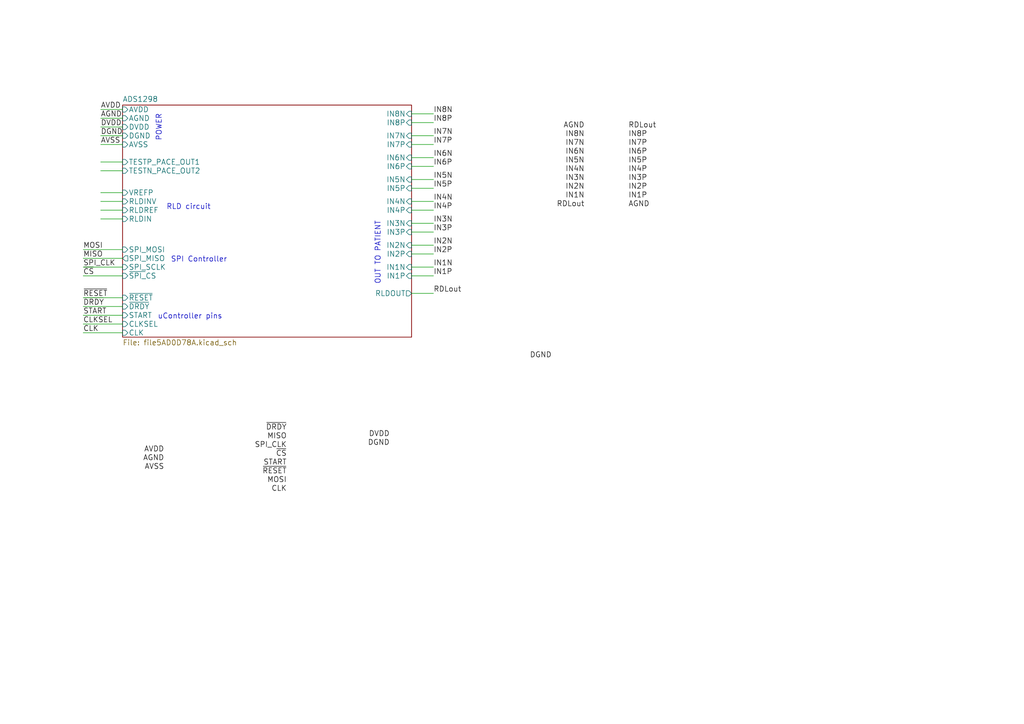
<source format=kicad_sch>
(kicad_sch
	(version 20231120)
	(generator "eeschema")
	(generator_version "8.0")
	(uuid "a52588b5-602e-49ea-90e5-68f5a76af177")
	(paper "A4")
	(title_block
		(title "EEG wifi system")
		(date "18 jan 2017")
		(company "NNC")
		(comment 1 "Marcio Moraes")
	)
	(lib_symbols)
	(wire
		(pts
			(xy 24.13 91.44) (xy 35.56 91.44)
		)
		(stroke
			(width 0)
			(type default)
		)
		(uuid "003ee7d0-329f-4b55-9721-0d4dde8edd49")
	)
	(wire
		(pts
			(xy 24.13 86.36) (xy 35.56 86.36)
		)
		(stroke
			(width 0)
			(type default)
		)
		(uuid "0d3a274b-20cf-485f-81fe-80b9f725574b")
	)
	(wire
		(pts
			(xy 24.13 88.9) (xy 35.56 88.9)
		)
		(stroke
			(width 0)
			(type default)
		)
		(uuid "0fbd8dd1-32f0-4697-b363-6be9a224c56f")
	)
	(wire
		(pts
			(xy 29.21 58.42) (xy 35.56 58.42)
		)
		(stroke
			(width 0)
			(type default)
		)
		(uuid "107f9460-baa9-49db-9a8a-0aae4222ca65")
	)
	(wire
		(pts
			(xy 29.21 41.91) (xy 35.56 41.91)
		)
		(stroke
			(width 0)
			(type default)
		)
		(uuid "127f02e6-bb83-4329-9349-f64c17466a25")
	)
	(wire
		(pts
			(xy 29.21 55.88) (xy 35.56 55.88)
		)
		(stroke
			(width 0)
			(type default)
		)
		(uuid "265f092e-b507-43bd-b973-87bb1a1805bc")
	)
	(wire
		(pts
			(xy 119.38 33.02) (xy 125.73 33.02)
		)
		(stroke
			(width 0)
			(type default)
		)
		(uuid "2abce58d-a5a6-4bef-81cf-2943762c9df3")
	)
	(wire
		(pts
			(xy 119.38 35.56) (xy 125.73 35.56)
		)
		(stroke
			(width 0)
			(type default)
		)
		(uuid "2d7eea82-66b0-4689-815d-411be15fb4c3")
	)
	(wire
		(pts
			(xy 119.38 60.96) (xy 125.73 60.96)
		)
		(stroke
			(width 0)
			(type default)
		)
		(uuid "2ef96343-e6c3-4f81-9a93-50231dc36c47")
	)
	(wire
		(pts
			(xy 35.56 74.93) (xy 24.13 74.93)
		)
		(stroke
			(width 0)
			(type default)
		)
		(uuid "3ed90302-36a8-47e1-bd5a-c3bdf8a350d0")
	)
	(wire
		(pts
			(xy 119.38 41.91) (xy 125.73 41.91)
		)
		(stroke
			(width 0)
			(type default)
		)
		(uuid "40af74e8-1d59-47f4-9025-a8a83bf40db3")
	)
	(wire
		(pts
			(xy 119.38 45.72) (xy 125.73 45.72)
		)
		(stroke
			(width 0)
			(type default)
		)
		(uuid "5065cb21-ef33-487a-8151-2f0fd0ca16b8")
	)
	(wire
		(pts
			(xy 119.38 73.66) (xy 125.73 73.66)
		)
		(stroke
			(width 0)
			(type default)
		)
		(uuid "6044d5eb-87c8-4688-995c-d6b759a57111")
	)
	(wire
		(pts
			(xy 119.38 39.37) (xy 125.73 39.37)
		)
		(stroke
			(width 0)
			(type default)
		)
		(uuid "667b2bb7-7120-4fdb-9db0-32e8d058b703")
	)
	(wire
		(pts
			(xy 119.38 80.01) (xy 125.73 80.01)
		)
		(stroke
			(width 0)
			(type default)
		)
		(uuid "671ac5a2-54fe-463f-93b7-0005ed095c44")
	)
	(wire
		(pts
			(xy 29.21 60.96) (xy 35.56 60.96)
		)
		(stroke
			(width 0)
			(type default)
		)
		(uuid "71d25e9d-06af-4d3c-9665-5b96740dafac")
	)
	(wire
		(pts
			(xy 119.38 64.77) (xy 125.73 64.77)
		)
		(stroke
			(width 0)
			(type default)
		)
		(uuid "72a062b3-9046-454d-9bee-45a7a773e88f")
	)
	(wire
		(pts
			(xy 29.21 63.5) (xy 35.56 63.5)
		)
		(stroke
			(width 0)
			(type default)
		)
		(uuid "75d0f58a-7995-4671-9854-8c44f67146eb")
	)
	(wire
		(pts
			(xy 119.38 85.09) (xy 125.73 85.09)
		)
		(stroke
			(width 0)
			(type default)
		)
		(uuid "7788510f-b683-4d53-9b1d-937e8897f0b5")
	)
	(wire
		(pts
			(xy 119.38 58.42) (xy 125.73 58.42)
		)
		(stroke
			(width 0)
			(type default)
		)
		(uuid "8c0b5893-0edc-4f9a-9a40-545653556cef")
	)
	(wire
		(pts
			(xy 35.56 72.39) (xy 24.13 72.39)
		)
		(stroke
			(width 0)
			(type default)
		)
		(uuid "8ec44f04-ea65-459c-938e-198e890f50d9")
	)
	(wire
		(pts
			(xy 24.13 96.52) (xy 35.56 96.52)
		)
		(stroke
			(width 0)
			(type default)
		)
		(uuid "9b80181c-657c-46d3-9dd8-68415d09c256")
	)
	(wire
		(pts
			(xy 35.56 77.47) (xy 24.13 77.47)
		)
		(stroke
			(width 0)
			(type default)
		)
		(uuid "a88ec46b-d916-41c2-8f46-a073ca12a9ca")
	)
	(wire
		(pts
			(xy 119.38 77.47) (xy 125.73 77.47)
		)
		(stroke
			(width 0)
			(type default)
		)
		(uuid "ac334829-e7d8-4be9-92b2-fcb5d5359cfc")
	)
	(wire
		(pts
			(xy 29.21 31.75) (xy 35.56 31.75)
		)
		(stroke
			(width 0)
			(type default)
		)
		(uuid "aedcd900-695f-40cb-a21a-2417d1495dd5")
	)
	(wire
		(pts
			(xy 119.38 54.61) (xy 125.73 54.61)
		)
		(stroke
			(width 0)
			(type default)
		)
		(uuid "c12a3c5f-5e42-415f-981f-fb287507fe22")
	)
	(wire
		(pts
			(xy 119.38 67.31) (xy 125.73 67.31)
		)
		(stroke
			(width 0)
			(type default)
		)
		(uuid "c21f19e1-d52d-41f1-8c6d-15f01459d627")
	)
	(wire
		(pts
			(xy 119.38 52.07) (xy 125.73 52.07)
		)
		(stroke
			(width 0)
			(type default)
		)
		(uuid "c8ba8016-dd9d-419f-b260-7d10e70ede6a")
	)
	(wire
		(pts
			(xy 119.38 71.12) (xy 125.73 71.12)
		)
		(stroke
			(width 0)
			(type default)
		)
		(uuid "c8de87ba-82fc-4b47-9210-d32ca91cf940")
	)
	(wire
		(pts
			(xy 29.21 36.83) (xy 35.56 36.83)
		)
		(stroke
			(width 0)
			(type default)
		)
		(uuid "c9c2e630-70c8-438f-afa1-e43d3784598d")
	)
	(wire
		(pts
			(xy 29.21 34.29) (xy 35.56 34.29)
		)
		(stroke
			(width 0)
			(type default)
		)
		(uuid "ce964096-cd15-4db2-b345-16f77c119795")
	)
	(wire
		(pts
			(xy 29.21 49.53) (xy 35.56 49.53)
		)
		(stroke
			(width 0)
			(type default)
		)
		(uuid "d5ca5d9e-f27d-44fb-99ba-130acc6412cf")
	)
	(wire
		(pts
			(xy 35.56 80.01) (xy 24.13 80.01)
		)
		(stroke
			(width 0)
			(type default)
		)
		(uuid "de02023d-11bb-40e1-87c8-425fa18eff08")
	)
	(wire
		(pts
			(xy 29.21 39.37) (xy 35.56 39.37)
		)
		(stroke
			(width 0)
			(type default)
		)
		(uuid "e0cc367f-ab27-491e-a78c-35be0d045d96")
	)
	(wire
		(pts
			(xy 119.38 48.26) (xy 125.73 48.26)
		)
		(stroke
			(width 0)
			(type default)
		)
		(uuid "e2c5859b-f1c5-4dee-8017-b1c81b760d09")
	)
	(wire
		(pts
			(xy 24.13 93.98) (xy 35.56 93.98)
		)
		(stroke
			(width 0)
			(type default)
		)
		(uuid "fb18f4a1-c21e-4bc2-8207-7d3ef618f763")
	)
	(wire
		(pts
			(xy 29.21 46.99) (xy 35.56 46.99)
		)
		(stroke
			(width 0)
			(type default)
		)
		(uuid "fb88f2a3-4dfe-4724-98c6-02cd09e008c0")
	)
	(text "uController pins"
		(exclude_from_sim no)
		(at 45.72 92.71 0)
		(effects
			(font
				(size 1.524 1.524)
			)
			(justify left bottom)
		)
		(uuid "0b4c2c0e-e2a6-4435-91c9-1e609d7b9b93")
	)
	(text "SPI Controller"
		(exclude_from_sim no)
		(at 49.53 76.2 0)
		(effects
			(font
				(size 1.524 1.524)
			)
			(justify left bottom)
		)
		(uuid "3843e07b-3139-4576-8133-8fb687c10aac")
	)
	(text "OUT TO PATIENT"
		(exclude_from_sim no)
		(at 110.49 82.55 90)
		(effects
			(font
				(size 1.524 1.524)
			)
			(justify left bottom)
		)
		(uuid "a2df4b41-32f8-4011-937f-ce2f280c2c36")
	)
	(text "RLD circuit"
		(exclude_from_sim no)
		(at 48.26 60.96 0)
		(effects
			(font
				(size 1.524 1.524)
			)
			(justify left bottom)
		)
		(uuid "eff5b323-9690-4773-9b6c-0fbfc9b87ab3")
	)
	(text "POWER"
		(exclude_from_sim no)
		(at 46.99 33.02 90)
		(effects
			(font
				(size 1.524 1.524)
			)
			(justify right bottom)
		)
		(uuid "f281c054-862e-44f1-bf15-2ca12caa3517")
	)
	(label "IN4N"
		(at 169.545 50.165 180)
		(effects
			(font
				(size 1.524 1.524)
			)
			(justify right bottom)
		)
		(uuid "005b58f0-f29e-490c-867f-70b352eb548e")
	)
	(label "START"
		(at 83.185 135.255 180)
		(effects
			(font
				(size 1.524 1.524)
			)
			(justify right bottom)
		)
		(uuid "1160dfd3-d683-4932-8382-5911f7d57cfc")
	)
	(label "IN4P"
		(at 125.73 60.96 0)
		(effects
			(font
				(size 1.524 1.524)
			)
			(justify left bottom)
		)
		(uuid "14561dc8-be5c-4ca1-9676-c8c7a0f240b4")
	)
	(label "IN7P"
		(at 125.73 41.91 0)
		(effects
			(font
				(size 1.524 1.524)
			)
			(justify left bottom)
		)
		(uuid "1a1cde3f-51d4-4b2e-8460-e55eafbb9fe4")
	)
	(label "MOSI"
		(at 83.185 140.335 180)
		(effects
			(font
				(size 1.524 1.524)
			)
			(justify right bottom)
		)
		(uuid "237d5c93-9888-46f5-90a1-356ee3366e31")
	)
	(label "IN2N"
		(at 125.73 71.12 0)
		(effects
			(font
				(size 1.524 1.524)
			)
			(justify left bottom)
		)
		(uuid "2440fe46-4290-4c13-9380-0ee0d88fba4f")
	)
	(label "AGND"
		(at 169.545 37.465 180)
		(effects
			(font
				(size 1.524 1.524)
			)
			(justify right bottom)
		)
		(uuid "2957e8c9-648a-4574-9722-f1a13235290b")
	)
	(label "MISO"
		(at 24.13 74.93 0)
		(effects
			(font
				(size 1.524 1.524)
			)
			(justify left bottom)
		)
		(uuid "2a40b74f-7dca-4eb3-ad61-1dafc982a977")
	)
	(label "START"
		(at 24.13 91.44 0)
		(effects
			(font
				(size 1.524 1.524)
			)
			(justify left bottom)
		)
		(uuid "2cc569c7-44e8-4fe5-8fa5-36a762b5ab6c")
	)
	(label "DGND"
		(at 29.21 39.37 0)
		(effects
			(font
				(size 1.524 1.524)
			)
			(justify left bottom)
		)
		(uuid "30073484-4cab-41c1-b885-a9a1b6846f52")
	)
	(label "IN6N"
		(at 125.73 45.72 0)
		(effects
			(font
				(size 1.524 1.524)
			)
			(justify left bottom)
		)
		(uuid "33595191-b7b3-4107-8631-99877b847424")
	)
	(label "IN4N"
		(at 125.73 58.42 0)
		(effects
			(font
				(size 1.524 1.524)
			)
			(justify left bottom)
		)
		(uuid "34d13d16-e212-4cf7-a9af-4c60d6c75bc7")
	)
	(label "MOSI"
		(at 24.13 72.39 0)
		(effects
			(font
				(size 1.524 1.524)
			)
			(justify left bottom)
		)
		(uuid "35660e52-dfad-42bb-b567-559c3a03ecd1")
	)
	(label "AVSS"
		(at 47.625 136.525 180)
		(effects
			(font
				(size 1.524 1.524)
			)
			(justify right bottom)
		)
		(uuid "38a4e405-a332-450e-8860-53e305618409")
	)
	(label "IN1P"
		(at 182.245 57.785 0)
		(effects
			(font
				(size 1.524 1.524)
			)
			(justify left bottom)
		)
		(uuid "39ef3c22-eefb-45dc-b4a9-fab5ce29b35a")
	)
	(label "IN3P"
		(at 182.245 52.705 0)
		(effects
			(font
				(size 1.524 1.524)
			)
			(justify left bottom)
		)
		(uuid "3e5879d1-e0ac-4e0a-8cef-7b424f6637e8")
	)
	(label "IN2N"
		(at 169.545 55.245 180)
		(effects
			(font
				(size 1.524 1.524)
			)
			(justify right bottom)
		)
		(uuid "41bb32b5-1e32-41ce-bad2-df17463b579c")
	)
	(label "IN6N"
		(at 169.545 45.085 180)
		(effects
			(font
				(size 1.524 1.524)
			)
			(justify right bottom)
		)
		(uuid "4302d7e0-20c7-4b38-8dd5-c9407af4126b")
	)
	(label "IN5P"
		(at 125.73 54.61 0)
		(effects
			(font
				(size 1.524 1.524)
			)
			(justify left bottom)
		)
		(uuid "45030c44-3d7c-46b7-8193-b3ee03e90576")
	)
	(label "IN4P"
		(at 182.245 50.165 0)
		(effects
			(font
				(size 1.524 1.524)
			)
			(justify left bottom)
		)
		(uuid "4f358564-83b6-41ee-8d16-aa947de812f0")
	)
	(label "IN8N"
		(at 169.545 40.005 180)
		(effects
			(font
				(size 1.524 1.524)
			)
			(justify right bottom)
		)
		(uuid "5150b23f-7f1a-4fa5-958e-20030ac6dacf")
	)
	(label "CLK"
		(at 83.185 142.875 180)
		(effects
			(font
				(size 1.524 1.524)
			)
			(justify right bottom)
		)
		(uuid "542ff275-da5b-49bc-8769-a09b3d2107d0")
	)
	(label "IN8P"
		(at 125.73 35.56 0)
		(effects
			(font
				(size 1.524 1.524)
			)
			(justify left bottom)
		)
		(uuid "5ac95150-7595-4d06-9b90-ed9d424041f9")
	)
	(label "MISO"
		(at 83.185 127.635 180)
		(effects
			(font
				(size 1.524 1.524)
			)
			(justify right bottom)
		)
		(uuid "5acc8724-f33f-43d7-93d6-c8a593678118")
	)
	(label "IN5P"
		(at 182.245 47.625 0)
		(effects
			(font
				(size 1.524 1.524)
			)
			(justify left bottom)
		)
		(uuid "5f559a2c-c087-44ce-84cd-7129c0c1a175")
	)
	(label "IN1P"
		(at 125.73 80.01 0)
		(effects
			(font
				(size 1.524 1.524)
			)
			(justify left bottom)
		)
		(uuid "6091fd13-9170-400c-b8c4-45da302cf717")
	)
	(label "~{DRDY}"
		(at 83.185 125.095 180)
		(effects
			(font
				(size 1.524 1.524)
			)
			(justify right bottom)
		)
		(uuid "64a30c93-8284-469c-9e7f-8248cbe77c0b")
	)
	(label "~{RESET}"
		(at 83.185 137.795 180)
		(effects
			(font
				(size 1.524 1.524)
			)
			(justify right bottom)
		)
		(uuid "68dafa44-27ca-461f-a1b2-e67cd5acc005")
	)
	(label "SPI_CLK"
		(at 83.185 130.175 180)
		(effects
			(font
				(size 1.524 1.524)
			)
			(justify right bottom)
		)
		(uuid "69fecc15-fcf2-42d0-9e49-b6a6bff2c7cf")
	)
	(label "IN7N"
		(at 169.545 42.545 180)
		(effects
			(font
				(size 1.524 1.524)
			)
			(justify right bottom)
		)
		(uuid "6cdd9508-6200-4d85-833d-60c452da10b0")
	)
	(label "RDLout"
		(at 182.245 37.465 0)
		(effects
			(font
				(size 1.524 1.524)
			)
			(justify left bottom)
		)
		(uuid "712bb93a-2eaa-4f29-9ac8-e7dc93d18b38")
	)
	(label "AGND"
		(at 182.245 60.325 0)
		(effects
			(font
				(size 1.524 1.524)
			)
			(justify left bottom)
		)
		(uuid "76b70511-aad3-44cc-bdf6-94e1d30bd025")
	)
	(label "AVDD"
		(at 47.625 131.445 180)
		(effects
			(font
				(size 1.524 1.524)
			)
			(justify right bottom)
		)
		(uuid "779c5c8f-d3b5-4872-b343-7c77f00d58dd")
	)
	(label "IN8P"
		(at 182.245 40.005 0)
		(effects
			(font
				(size 1.524 1.524)
			)
			(justify left bottom)
		)
		(uuid "81b97ac2-90d1-442e-9150-9dde1bae4f59")
	)
	(label "AGND"
		(at 47.625 133.985 180)
		(effects
			(font
				(size 1.524 1.524)
			)
			(justify right bottom)
		)
		(uuid "827ecc74-41c0-4959-926b-4276f9ad1d46")
	)
	(label "AVSS"
		(at 29.21 41.91 0)
		(effects
			(font
				(size 1.524 1.524)
			)
			(justify left bottom)
		)
		(uuid "8ae87ec3-6776-48b4-b314-7ad75c39b753")
	)
	(label "IN6P"
		(at 125.73 48.26 0)
		(effects
			(font
				(size 1.524 1.524)
			)
			(justify left bottom)
		)
		(uuid "8f3ff326-a5b1-4cb0-b8d5-604a79db8fa6")
	)
	(label "AGND"
		(at 29.21 34.29 0)
		(effects
			(font
				(size 1.524 1.524)
			)
			(justify left bottom)
		)
		(uuid "92c81b89-c3d3-468c-8a07-7de0f08c53e5")
	)
	(label "IN3P"
		(at 125.73 67.31 0)
		(effects
			(font
				(size 1.524 1.524)
			)
			(justify left bottom)
		)
		(uuid "9541a48d-baf6-4dd5-b10f-16bc0bad9c6f")
	)
	(label "IN1N"
		(at 169.545 57.785 180)
		(effects
			(font
				(size 1.524 1.524)
			)
			(justify right bottom)
		)
		(uuid "9b862211-2fa2-40d9-a58a-5a40531fc5b5")
	)
	(label "DVDD"
		(at 29.21 36.83 0)
		(effects
			(font
				(size 1.524 1.524)
			)
			(justify left bottom)
		)
		(uuid "9d5ab086-92b9-4e00-82af-7a0a6103ed7a")
	)
	(label "DVDD"
		(at 113.03 127 180)
		(effects
			(font
				(size 1.524 1.524)
			)
			(justify right bottom)
		)
		(uuid "a658841d-a08e-4659-9fe1-4f63801b4405")
	)
	(label "IN6P"
		(at 182.245 45.085 0)
		(effects
			(font
				(size 1.524 1.524)
			)
			(justify left bottom)
		)
		(uuid "a7212444-453c-4c07-8848-8b1aed5b3998")
	)
	(label "IN1N"
		(at 125.73 77.47 0)
		(effects
			(font
				(size 1.524 1.524)
			)
			(justify left bottom)
		)
		(uuid "adf6be23-5523-4400-bc27-9d6e10166ca6")
	)
	(label "DGND"
		(at 160.02 104.14 180)
		(effects
			(font
				(size 1.524 1.524)
			)
			(justify right bottom)
		)
		(uuid "b0215010-7633-4f3d-945a-c043ce8bf5b9")
	)
	(label "~{CS}"
		(at 24.13 80.01 0)
		(effects
			(font
				(size 1.524 1.524)
			)
			(justify left bottom)
		)
		(uuid "b0ef8535-bce1-4022-9abf-dee3018233e5")
	)
	(label "IN5N"
		(at 169.545 47.625 180)
		(effects
			(font
				(size 1.524 1.524)
			)
			(justify right bottom)
		)
		(uuid "b29208e3-5277-4757-a2a0-159851c0bbe3")
	)
	(label "SPI_CLK"
		(at 24.13 77.47 0)
		(effects
			(font
				(size 1.524 1.524)
			)
			(justify left bottom)
		)
		(uuid "b77caca7-0875-47f1-aca8-fb7f7e003041")
	)
	(label "IN5N"
		(at 125.73 52.07 0)
		(effects
			(font
				(size 1.524 1.524)
			)
			(justify left bottom)
		)
		(uuid "b7feb16a-b584-45d1-bec5-1b3144d17a76")
	)
	(label "~{CS}"
		(at 83.185 132.715 180)
		(effects
			(font
				(size 1.524 1.524)
			)
			(justify right bottom)
		)
		(uuid "b81dadba-125d-4267-b2e9-968690b5cefd")
	)
	(label "AVDD"
		(at 29.21 31.75 0)
		(effects
			(font
				(size 1.524 1.524)
			)
			(justify left bottom)
		)
		(uuid "bbbcb3f1-1d44-41a8-9b82-387e691f9d41")
	)
	(label "IN2P"
		(at 125.73 73.66 0)
		(effects
			(font
				(size 1.524 1.524)
			)
			(justify left bottom)
		)
		(uuid "cc89bbfb-32b9-46c3-9d8f-0db2b0ed2de4")
	)
	(label "CLKSEL"
		(at 24.13 93.98 0)
		(effects
			(font
				(size 1.524 1.524)
			)
			(justify left bottom)
		)
		(uuid "cf7b8c7f-dbcb-4175-ad82-03b99cb8cbd1")
	)
	(label "IN7N"
		(at 125.73 39.37 0)
		(effects
			(font
				(size 1.524 1.524)
			)
			(justify left bottom)
		)
		(uuid "d13b1351-670e-4dea-b32e-a2adf34f0cc2")
	)
	(label "IN2P"
		(at 182.245 55.245 0)
		(effects
			(font
				(size 1.524 1.524)
			)
			(justify left bottom)
		)
		(uuid "d166306a-95ad-409d-9f95-ae71186e9d42")
	)
	(label "DGND"
		(at 113.03 129.54 180)
		(effects
			(font
				(size 1.524 1.524)
			)
			(justify right bottom)
		)
		(uuid "d962a008-a639-42f2-8454-81a0e2c1bb0a")
	)
	(label "IN3N"
		(at 169.545 52.705 180)
		(effects
			(font
				(size 1.524 1.524)
			)
			(justify right bottom)
		)
		(uuid "d975cc84-8306-4a5d-b36c-da054db26077")
	)
	(label "RDLout"
		(at 125.73 85.09 0)
		(effects
			(font
				(size 1.524 1.524)
			)
			(justify left bottom)
		)
		(uuid "da7aac84-1380-454d-8ccb-7544cfdbba8c")
	)
	(label "~{RESET}"
		(at 24.13 86.36 0)
		(effects
			(font
				(size 1.524 1.524)
			)
			(justify left bottom)
		)
		(uuid "dd5496fe-30b8-4ae3-8a0f-b4672a8d6391")
	)
	(label "IN7P"
		(at 182.245 42.545 0)
		(effects
			(font
				(size 1.524 1.524)
			)
			(justify left bottom)
		)
		(uuid "e2f7b572-02c1-4cf5-8b5d-0a0fb9a9e7c8")
	)
	(label "IN3N"
		(at 125.73 64.77 0)
		(effects
			(font
				(size 1.524 1.524)
			)
			(justify left bottom)
		)
		(uuid "eb10d82f-d0c5-4a94-9b59-4d46c1fa9229")
	)
	(label "CLK"
		(at 24.13 96.52 0)
		(effects
			(font
				(size 1.524 1.524)
			)
			(justify left bottom)
		)
		(uuid "f133d1cd-2027-4822-bcda-a9e0789657a2")
	)
	(label "RDLout"
		(at 169.545 60.325 180)
		(effects
			(font
				(size 1.524 1.524)
			)
			(justify right bottom)
		)
		(uuid "f5292e96-d1f6-4e59-a60a-630d3a1ecb10")
	)
	(label "~{DRDY}"
		(at 24.13 88.9 0)
		(effects
			(font
				(size 1.524 1.524)
			)
			(justify left bottom)
		)
		(uuid "f5cb3a53-14df-4396-997d-0c0df3b98bac")
	)
	(label "IN8N"
		(at 125.73 33.02 0)
		(effects
			(font
				(size 1.524 1.524)
			)
			(justify left bottom)
		)
		(uuid "fb1021c1-28bd-468d-b6bd-677949d3abe2")
	)
	(symbol
		(lib_id "FFCfemale20")
		(at 169.545 34.925 0)
		(unit 1)
		(exclude_from_sim no)
		(in_bom yes)
		(on_board yes)
		(dnp no)
		(uuid "00000000-0000-0000-0000-00005ad0f5cf")
		(property "Reference" "J1"
			(at 175.895 34.925 0)
			(effects
				(font
					(size 1.27 1.27)
				)
			)
		)
		(property "Value" "FFCfemale20"
			(at 177.165 65.405 0)
			(effects
				(font
					(size 1.27 1.27)
				)
			)
		)
		(property "Footprint" "NNClib:FFCfemale20"
			(at 174.625 50.165 0)
			(effects
				(font
					(size 1.27 1.27)
				)
				(hide yes)
			)
		)
		(property "Datasheet" ""
			(at 174.625 50.165 0)
			(effects
				(font
					(size 1.27 1.27)
				)
				(hide yes)
			)
		)
		(property "Description" ""
			(at 169.545 34.925 0)
			(effects
				(font
					(size 1.27 1.27)
				)
				(hide yes)
			)
		)
		(instances
			(project ""
				(path "/a52588b5-602e-49ea-90e5-68f5a76af177"
					(reference "J1")
					(unit 1)
				)
			)
		)
	)
	(symbol
		(lib_id "Conn_01x08")
		(at 88.265 132.715 0)
		(unit 1)
		(exclude_from_sim no)
		(in_bom yes)
		(on_board yes)
		(dnp no)
		(uuid "00000000-0000-0000-0000-00005ad13533")
		(property "Reference" "SPI1"
			(at 88.265 122.555 0)
			(effects
				(font
					(size 1.27 1.27)
				)
			)
		)
		(property "Value" "Conn_01x08"
			(at 88.265 145.415 0)
			(effects
				(font
					(size 1.27 1.27)
				)
			)
		)
		(property "Footprint" "Pin_Headers:Pin_Header_Straight_1x08_Pitch2.00mm"
			(at 88.265 132.715 0)
			(effects
				(font
					(size 1.27 1.27)
				)
				(hide yes)
			)
		)
		(property "Datasheet" ""
			(at 88.265 132.715 0)
			(effects
				(font
					(size 1.27 1.27)
				)
				(hide yes)
			)
		)
		(property "Description" ""
			(at 88.265 132.715 0)
			(effects
				(font
					(size 1.27 1.27)
				)
				(hide yes)
			)
		)
		(instances
			(project ""
				(path "/a52588b5-602e-49ea-90e5-68f5a76af177"
					(reference "SPI1")
					(unit 1)
				)
			)
		)
	)
	(symbol
		(lib_id "Conn_01x03")
		(at 52.705 133.985 0)
		(unit 1)
		(exclude_from_sim no)
		(in_bom yes)
		(on_board yes)
		(dnp no)
		(uuid "00000000-0000-0000-0000-00005ad21670")
		(property "Reference" "APwd1"
			(at 52.705 128.905 0)
			(effects
				(font
					(size 1.27 1.27)
				)
			)
		)
		(property "Value" "Conn_01x03"
			(at 52.705 139.065 0)
			(effects
				(font
					(size 1.27 1.27)
				)
			)
		)
		(property "Footprint" "Pin_Headers:Pin_Header_Straight_1x03_Pitch2.00mm"
			(at 52.705 133.985 0)
			(effects
				(font
					(size 1.27 1.27)
				)
				(hide yes)
			)
		)
		(property "Datasheet" ""
			(at 52.705 133.985 0)
			(effects
				(font
					(size 1.27 1.27)
				)
				(hide yes)
			)
		)
		(property "Description" ""
			(at 52.705 133.985 0)
			(effects
				(font
					(size 1.27 1.27)
				)
				(hide yes)
			)
		)
		(instances
			(project ""
				(path "/a52588b5-602e-49ea-90e5-68f5a76af177"
					(reference "APwd1")
					(unit 1)
				)
			)
		)
	)
	(symbol
		(lib_id "Conn_01x02")
		(at 118.11 127 0)
		(unit 1)
		(exclude_from_sim no)
		(in_bom yes)
		(on_board yes)
		(dnp no)
		(uuid "00000000-0000-0000-0000-00005ad21769")
		(property "Reference" "DPwd1"
			(at 118.11 124.46 0)
			(effects
				(font
					(size 1.27 1.27)
				)
			)
		)
		(property "Value" "Conn_01x02"
			(at 118.11 132.08 0)
			(effects
				(font
					(size 1.27 1.27)
				)
			)
		)
		(property "Footprint" "Pin_Headers:Pin_Header_Straight_1x02_Pitch2.00mm"
			(at 118.11 127 0)
			(effects
				(font
					(size 1.27 1.27)
				)
				(hide yes)
			)
		)
		(property "Datasheet" ""
			(at 118.11 127 0)
			(effects
				(font
					(size 1.27 1.27)
				)
				(hide yes)
			)
		)
		(property "Description" ""
			(at 118.11 127 0)
			(effects
				(font
					(size 1.27 1.27)
				)
				(hide yes)
			)
		)
		(instances
			(project ""
				(path "/a52588b5-602e-49ea-90e5-68f5a76af177"
					(reference "DPwd1")
					(unit 1)
				)
			)
		)
	)
	(symbol
		(lib_id "Conn_01x01")
		(at 165.1 104.14 0)
		(unit 1)
		(exclude_from_sim no)
		(in_bom yes)
		(on_board yes)
		(dnp no)
		(uuid "00000000-0000-0000-0000-00005b082391")
		(property "Reference" "jDGND1"
			(at 165.1 101.6 0)
			(effects
				(font
					(size 1.27 1.27)
				)
			)
		)
		(property "Value" "Conn_01x01"
			(at 165.1 106.68 0)
			(effects
				(font
					(size 1.27 1.27)
				)
			)
		)
		(property "Footprint" "SMD_Packages:1Pin"
			(at 165.1 104.14 0)
			(effects
				(font
					(size 1.27 1.27)
				)
				(hide yes)
			)
		)
		(property "Datasheet" ""
			(at 165.1 104.14 0)
			(effects
				(font
					(size 1.27 1.27)
				)
				(hide yes)
			)
		)
		(property "Description" ""
			(at 165.1 104.14 0)
			(effects
				(font
					(size 1.27 1.27)
				)
				(hide yes)
			)
		)
		(instances
			(project ""
				(path "/a52588b5-602e-49ea-90e5-68f5a76af177"
					(reference "jDGND1")
					(unit 1)
				)
			)
		)
	)
	(sheet
		(at 35.56 30.48)
		(size 83.82 67.31)
		(fields_autoplaced yes)
		(stroke
			(width 0)
			(type solid)
		)
		(fill
			(color 0 0 0 0.0000)
		)
		(uuid "00000000-0000-0000-0000-00005ad0d78a")
		(property "Sheetname" "ADS1298"
			(at 35.56 29.6414 0)
			(effects
				(font
					(size 1.524 1.524)
				)
				(justify left bottom)
			)
		)
		(property "Sheetfile" "file5AD0D78A.kicad_sch"
			(at 35.56 98.4762 0)
			(effects
				(font
					(size 1.524 1.524)
				)
				(justify left top)
			)
		)
		(pin "DVDD" input
			(at 35.56 36.83 180)
			(effects
				(font
					(size 1.524 1.524)
				)
				(justify left)
			)
			(uuid "00fd647f-51a7-40a4-88b1-246ff91c4cc9")
		)
		(pin "~{DRDY}" input
			(at 35.56 88.9 180)
			(effects
				(font
					(size 1.524 1.524)
				)
				(justify left)
			)
			(uuid "1640378e-b8cb-49ad-8e3e-65da3d875a19")
		)
		(pin "DGND" input
			(at 35.56 39.37 180)
			(effects
				(font
					(size 1.524 1.524)
				)
				(justify left)
			)
			(uuid "d331ba6e-d320-454c-a6b1-8876a832a634")
		)
		(pin "SPI_MISO" output
			(at 35.56 74.93 180)
			(effects
				(font
					(size 1.524 1.524)
				)
				(justify left)
			)
			(uuid "42e7ba73-7ebd-4888-83d9-8ce2dea52826")
		)
		(pin "SPI_SCLK" input
			(at 35.56 77.47 180)
			(effects
				(font
					(size 1.524 1.524)
				)
				(justify left)
			)
			(uuid "f3f5d0d1-de46-4337-a01a-377e725b6b24")
		)
		(pin "~{SPI_}CS" input
			(at 35.56 80.01 180)
			(effects
				(font
					(size 1.524 1.524)
				)
				(justify left)
			)
			(uuid "dcdfc522-32c3-417c-8d24-92ec687a1279")
		)
		(pin "START" input
			(at 35.56 91.44 180)
			(effects
				(font
					(size 1.524 1.524)
				)
				(justify left)
			)
			(uuid "624a30a1-3851-47f1-9e5a-d55a6f561955")
		)
		(pin "CLK" input
			(at 35.56 96.52 180)
			(effects
				(font
					(size 1.524 1.524)
				)
				(justify left)
			)
			(uuid "1e4345c0-dde6-4f30-a047-1f45903eea4a")
		)
		(pin "SPI_MOSI" input
			(at 35.56 72.39 180)
			(effects
				(font
					(size 1.524 1.524)
				)
				(justify left)
			)
			(uuid "516f5807-889d-48fe-8d7c-2731f7d5c0d8")
		)
		(pin "AGND" input
			(at 35.56 34.29 180)
			(effects
				(font
					(size 1.524 1.524)
				)
				(justify left)
			)
			(uuid "c5febefd-55b0-476e-9211-ea6269c41813")
		)
		(pin "IN8N" input
			(at 119.38 33.02 0)
			(effects
				(font
					(size 1.524 1.524)
				)
				(justify right)
			)
			(uuid "5264b509-e62f-4dd9-8ff9-a7aadd2507ef")
		)
		(pin "IN8P" input
			(at 119.38 35.56 0)
			(effects
				(font
					(size 1.524 1.524)
				)
				(justify right)
			)
			(uuid "863828c2-ea99-45ee-b5c5-5e915ed69456")
		)
		(pin "IN7N" input
			(at 119.38 39.37 0)
			(effects
				(font
					(size 1.524 1.524)
				)
				(justify right)
			)
			(uuid "782524ef-2727-47ab-a00a-914f335eb93e")
		)
		(pin "IN7P" input
			(at 119.38 41.91 0)
			(effects
				(font
					(size 1.524 1.524)
				)
				(justify right)
			)
			(uuid "0eed43a7-e6e2-4427-93b1-9d12793ff4c7")
		)
		(pin "IN6N" input
			(at 119.38 45.72 0)
			(effects
				(font
					(size 1.524 1.524)
				)
				(justify right)
			)
			(uuid "5345c10d-f18d-4e88-8fcf-aa2008c1af80")
		)
		(pin "IN6P" input
			(at 119.38 48.26 0)
			(effects
				(font
					(size 1.524 1.524)
				)
				(justify right)
			)
			(uuid "325766b9-ce22-43a6-aec1-1c89ced5212c")
		)
		(pin "IN5N" input
			(at 119.38 52.07 0)
			(effects
				(font
					(size 1.524 1.524)
				)
				(justify right)
			)
			(uuid "7bb525ca-b776-4710-96d6-34973fb700fe")
		)
		(pin "IN5P" input
			(at 119.38 54.61 0)
			(effects
				(font
					(size 1.524 1.524)
				)
				(justify right)
			)
			(uuid "e285c181-3bad-4ea6-b4f8-c0dcac85a52f")
		)
		(pin "IN4N" input
			(at 119.38 58.42 0)
			(effects
				(font
					(size 1.524 1.524)
				)
				(justify right)
			)
			(uuid "d38562ac-6b38-4c70-aa14-ec1050cb55ef")
		)
		(pin "IN4P" input
			(at 119.38 60.96 0)
			(effects
				(font
					(size 1.524 1.524)
				)
				(justify right)
			)
			(uuid "8519c99c-d96e-4cbb-8ba2-ed0c9f8e7716")
		)
		(pin "IN3P" input
			(at 119.38 67.31 0)
			(effects
				(font
					(size 1.524 1.524)
				)
				(justify right)
			)
			(uuid "0428ff83-bbdc-4fca-8685-ff202aa9f9a5")
		)
		(pin "IN3N" input
			(at 119.38 64.77 0)
			(effects
				(font
					(size 1.524 1.524)
				)
				(justify right)
			)
			(uuid "ca8ddb41-072c-435c-89b4-a6f712fd7489")
		)
		(pin "IN2P" input
			(at 119.38 73.66 0)
			(effects
				(font
					(size 1.524 1.524)
				)
				(justify right)
			)
			(uuid "a86770f8-bfd1-4bd5-92de-dcedbc85138f")
		)
		(pin "IN2N" input
			(at 119.38 71.12 0)
			(effects
				(font
					(size 1.524 1.524)
				)
				(justify right)
			)
			(uuid "76639f0e-4c38-4e71-8b69-8ba5489e5060")
		)
		(pin "IN1P" input
			(at 119.38 80.01 0)
			(effects
				(font
					(size 1.524 1.524)
				)
				(justify right)
			)
			(uuid "21862055-e3de-4588-9f92-2122a109ba4a")
		)
		(pin "IN1N" input
			(at 119.38 77.47 0)
			(effects
				(font
					(size 1.524 1.524)
				)
				(justify right)
			)
			(uuid "506ca0e0-0fd7-410f-8151-0f8e595bf468")
		)
		(pin "RLDOUT" output
			(at 119.38 85.09 0)
			(effects
				(font
					(size 1.524 1.524)
				)
				(justify right)
			)
			(uuid "85d335d6-666d-49fa-b387-1286d26167d9")
		)
		(pin "RLDINV" input
			(at 35.56 58.42 180)
			(effects
				(font
					(size 1.524 1.524)
				)
				(justify left)
			)
			(uuid "5d5341f5-9069-48db-954d-2a559fa51469")
		)
		(pin "CLKSEL" input
			(at 35.56 93.98 180)
			(effects
				(font
					(size 1.524 1.524)
				)
				(justify left)
			)
			(uuid "11a56b24-0879-4321-a470-438447d5fcca")
		)
		(pin "AVDD" input
			(at 35.56 31.75 180)
			(effects
				(font
					(size 1.524 1.524)
				)
				(justify left)
			)
			(uuid "64dc628b-38ed-4a38-8807-477fd4bee9e8")
		)
		(pin "RLDIN" input
			(at 35.56 63.5 180)
			(effects
				(font
					(size 1.524 1.524)
				)
				(justify left)
			)
			(uuid "d5ab1812-1966-482b-9fac-90acb7532b8a")
		)
		(pin "VREFP" input
			(at 35.56 55.88 180)
			(effects
				(font
					(size 1.524 1.524)
				)
				(justify left)
			)
			(uuid "5428dd0e-011d-47e2-ad51-12597f7eeecf")
		)
		(pin "RLDREF" input
			(at 35.56 60.96 180)
			(effects
				(font
					(size 1.524 1.524)
				)
				(justify left)
			)
			(uuid "abd352fb-2cfa-430d-aab4-fdd82552307f")
		)
		(pin "AVSS" input
			(at 35.56 41.91 180)
			(effects
				(font
					(size 1.524 1.524)
				)
				(justify left)
			)
			(uuid "ef3fa890-09e9-4e32-b58e-bb800d23925b")
		)
		(pin "TESTP_PACE_OUT1" input
			(at 35.56 46.99 180)
			(effects
				(font
					(size 1.524 1.524)
				)
				(justify left)
			)
			(uuid "0535b6b6-0afc-4394-8aa2-680ade24dba3")
		)
		(pin "TESTN_PACE_OUT2" input
			(at 35.56 49.53 180)
			(effects
				(font
					(size 1.524 1.524)
				)
				(justify left)
			)
			(uuid "caa3e4c4-85d2-4ab2-98ad-3952e0158a19")
		)
		(pin "~{RESET}" input
			(at 35.56 86.36 180)
			(effects
				(font
					(size 1.524 1.524)
				)
				(justify left)
			)
			(uuid "9b0e84a4-0713-486a-9615-00e41b37df05")
		)
		(instances
			(project "ads_headstage_board_v4"
				(path "/a52588b5-602e-49ea-90e5-68f5a76af177"
					(page "2")
				)
			)
		)
	)
	(sheet_instances
		(path "/"
			(page "1")
		)
	)
)

</source>
